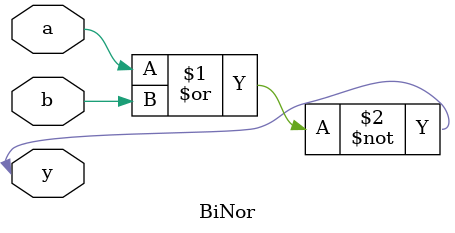
<source format=sv>
module BiNor(inout a, b, y);
    assign y = ~(a | b); // 双向信号处理
endmodule
</source>
